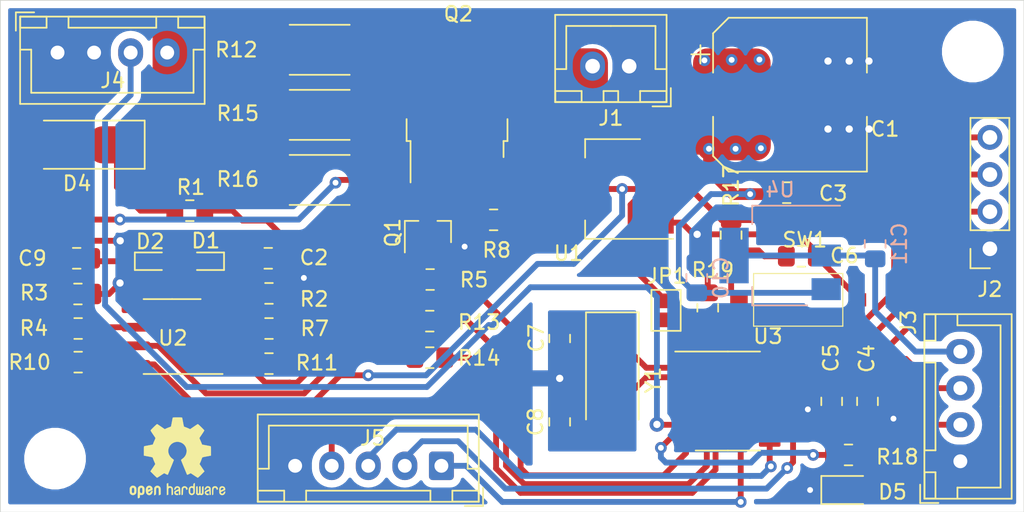
<source format=kicad_pcb>
(kicad_pcb (version 20171130) (host pcbnew "(5.1.10)-1")
  (layers (0 F.Cu signal) (31 B.Cu signal) (34 B.Paste user) (35 F.Paste user) (36 B.SilkS user) (37 F.SilkS user) (38 B.Mask user) (39 F.Mask user) (44 Edge.Cuts user))
  (net 0 "")
  (net 1 GND)
  (net 2 RST)
  (net 3 +3V3)
  (net 4 "Net-(C9-Pad1)")
  (net 5 ENC_A)
  (net 6 ENC_B)
  (net 7 TILT)
  (net 8 "Net-(Q1-Pad3)")
  (net 9 "Net-(Q1-Pad1)")
  (net 10 PWM)
  (net 11 BOOT)
  (net 12 "Net-(R11-Pad1)")
  (net 13 TEMP)
  (net 14 IRON_P)
  (net 15 PA3)
  (net 16 "Net-(C2-Pad1)")
  (net 17 XTAL_IN)
  (net 18 XTAL_OUT)
  (net 19 "Net-(D5-Pad2)")
  (net 20 SWSCL)
  (net 21 SWDIO)
  (net 22 SDA)
  (net 23 SCL)
  (net 24 ENC_BTN)
  (net 25 "Net-(R2-Pad1)")
  (net 26 "Net-(R10-Pad2)")
  (net 27 "Net-(R11-Pad2)")
  (net 28 "Net-(R10-Pad1)")
  (net 29 CURR)
  (net 30 +5V)
  (net 31 +24V)
  (net 32 "Net-(U3-Pad14)")
  (net 33 SHUNT_P)
  (module SW_TACT:L-KLS7-TS3611-2.5-180-T (layer F.Cu) (at 80.31 65.58)
    (fp_text reference SW1 (at 0 0.5) (layer F.SilkS))
    (fp_text value SW_SPST)
    (pad 2 smd rect (at 3.6 4.6) (size 1.2 0.9) (layers F.Cu F.Paste F.Mask) (net 1 GND))
    (pad 1 smd rect (at -4.5 4.6) (size 1.2 0.9) (layers F.Cu F.Paste F.Mask) (net 2 RST))
  )
  (module Symbol:OSHW-Logo2_7.3x6mm_SilkScreen (layer F.Cu) (at 37.41 80.98)
    (fp_text reference REF** hide)
    (fp_text value OSHW-Logo2_7.3x6mm_SilkScreen hide)
  )
  (module MountingHole:MountingHole_3.2mm_M3 (layer F.Cu) (at 29.04 81.04 90)
    (fp_text reference REF**)
    (fp_text value MountingHole_3.2mm_M3)
    (pad 1 np_thru_hole circle (at 0 0 90) (size 3.2 3.2) (drill 3.2) (layers *.Cu *.Mask))
  )
  (module Package_TO_SOT_SMD:TO-252-3_TabPin2 (layer F.Cu) (at 56.53 56.85 90)
    (fp_text reference Q2 (at 6.22 0.09) (layer F.SilkS))
    (fp_text value Q_PMOS_GDS)
    (pad 2 smd rect (at 2.1 0 90) (size 6.4 5.8) (layers F.Cu F.Mask) (net 33 SHUNT_P))
    (pad 3 smd rect (at -4.2 2.28 90) (size 2.2 1.2) (layers F.Cu F.Paste F.Mask) (net 31 +24V))
    (pad 2 smd rect (at -4.2 0 90) (size 2.2 1.2) (layers F.Cu F.Paste F.Mask) (net 33 SHUNT_P))
    (pad 1 smd rect (at -4.2 -2.28 90) (size 2.2 1.2) (layers F.Cu F.Paste F.Mask) (net 8 "Net-(Q1-Pad3)"))
  )
  (module Connector_PinSocket_2.54mm:PinSocket_1x04_P2.54mm_Vertical (layer F.Cu) (at 92.97 66.69 180)
    (fp_text reference J2 (at 0 -2.77) (layer F.SilkS))
    (fp_text value SW)
    (pad 4 thru_hole oval (at 0 7.62 180) (size 1.7 1.7) (drill 1) (layers *.Cu *.Mask) (net 3 +3V3))
    (pad 3 thru_hole oval (at 0 5.08 180) (size 1.7 1.7) (drill 1) (layers *.Cu *.Mask) (net 20 SWSCL))
    (pad 2 thru_hole oval (at 0 2.54 180) (size 1.7 1.7) (drill 1) (layers *.Cu *.Mask) (net 21 SWDIO))
    (pad 1 thru_hole rect (at 0 0 180) (size 1.7 1.7) (drill 1) (layers *.Cu *.Mask) (net 1 GND))
  )
  (module Connector_JST:JST_XH_B5B-XH-A_1x05_P2.50mm_Vertical (layer F.Cu) (at 55.46 81.53 180)
    (fp_text reference J5 (at 4.7 1.9) (layer F.SilkS))
    (fp_text value ENCODER)
    (pad 1 thru_hole roundrect (at 0 0 180) (size 1.7 1.95) (drill 0.95) (layers *.Cu *.Mask) (roundrect_rratio 0.147059) (net 24 ENC_BTN))
    (pad 2 thru_hole oval (at 2.5 0 180) (size 1.7 1.95) (drill 0.95) (layers *.Cu *.Mask) (net 6 ENC_B))
    (pad 3 thru_hole oval (at 5 0 180) (size 1.7 1.95) (drill 0.95) (layers *.Cu *.Mask) (net 5 ENC_A))
    (pad 4 thru_hole oval (at 7.5 0 180) (size 1.7 1.95) (drill 0.95) (layers *.Cu *.Mask) (net 3 +3V3))
    (pad 5 thru_hole oval (at 10 0 180) (size 1.7 1.95) (drill 0.95) (layers *.Cu *.Mask) (net 1 GND))
  )
  (module Resistor_SMD:R_0805_2012Metric_Pad1.15x1.40mm_HandSolder (layer F.Cu) (at 83.3 80.785 180)
    (fp_text reference R18 (at -3.34 -0.135) (layer F.SilkS))
    (fp_text value R)
    (pad 2 smd roundrect (at 1.025 0 180) (size 1.15 1.4) (layers F.Cu F.Paste F.Mask) (roundrect_rratio 0.217391) (net 15 PA3))
    (pad 1 smd roundrect (at -1.025 0 180) (size 1.15 1.4) (layers F.Cu F.Paste F.Mask) (roundrect_rratio 0.217391) (net 19 "Net-(D5-Pad2)"))
  )
  (module LED_SMD:LED_0805_2012Metric_Pad1.15x1.40mm_HandSolder (layer F.Cu) (at 83.3 83.185)
    (fp_text reference D5 (at 3.01 0.135) (layer F.SilkS))
    (fp_text value LED)
    (pad 2 smd roundrect (at 1.025 0) (size 1.15 1.4) (layers F.Cu F.Paste F.Mask) (roundrect_rratio 0.217391) (net 19 "Net-(D5-Pad2)"))
    (pad 1 smd roundrect (at -1.025 0) (size 1.15 1.4) (layers F.Cu F.Paste F.Mask) (roundrect_rratio 0.217391) (net 1 GND))
  )
  (module Resistor_SMD:R_0805_2012Metric_Pad1.15x1.40mm_HandSolder (layer F.Cu) (at 43.67 74.54)
    (fp_text reference R11 (at 3.275 -0.05) (layer F.SilkS))
    (fp_text value 100k)
    (pad 2 smd roundrect (at 1.025 0) (size 1.15 1.4) (layers F.Cu F.Paste F.Mask) (roundrect_rratio 0.217391) (net 27 "Net-(R11-Pad2)"))
    (pad 1 smd roundrect (at -1.025 0) (size 1.15 1.4) (layers F.Cu F.Paste F.Mask) (roundrect_rratio 0.217391) (net 12 "Net-(R11-Pad1)"))
  )
  (module Resistor_SMD:R_0805_2012Metric_Pad1.15x1.40mm_HandSolder (layer F.Cu) (at 54.665 74.135 180)
    (fp_text reference R14 (at -3.375 -0.025) (layer F.SilkS))
    (fp_text value 470K)
    (pad 2 smd roundrect (at 1.025 0 180) (size 1.15 1.4) (layers F.Cu F.Paste F.Mask) (roundrect_rratio 0.217391) (net 28 "Net-(R10-Pad1)"))
    (pad 1 smd roundrect (at -1.025 0 180) (size 1.15 1.4) (layers F.Cu F.Paste F.Mask) (roundrect_rratio 0.217391) (net 29 CURR))
  )
  (module Resistor_SMD:R_0805_2012Metric_Pad1.15x1.40mm_HandSolder (layer F.Cu) (at 30.605 69.78)
    (fp_text reference R3 (at -2.995 -0.08) (layer F.SilkS))
    (fp_text value 10K)
    (pad 2 smd roundrect (at 1.025 0) (size 1.15 1.4) (layers F.Cu F.Paste F.Mask) (roundrect_rratio 0.217391) (net 1 GND))
    (pad 1 smd roundrect (at -1.025 0) (size 1.15 1.4) (layers F.Cu F.Paste F.Mask) (roundrect_rratio 0.217391) (net 4 "Net-(C9-Pad1)"))
  )
  (module Diode_SMD:D_SOD-523 (layer F.Cu) (at 35.645 67.54)
    (fp_text reference D2 (at -0.1 -1.35) (layer F.SilkS))
    (fp_text value 3V3)
    (pad 1 smd rect (at -0.7 0 180) (size 0.6 0.7) (layers F.Cu F.Paste F.Mask) (net 4 "Net-(C9-Pad1)"))
    (pad 2 smd rect (at 0.7 0 180) (size 0.6 0.7) (layers F.Cu F.Paste F.Mask) (net 1 GND))
  )
  (module Package_SO:SOIC-8_3.9x4.9mm_P1.27mm (layer F.Cu) (at 37.045 72.69 180)
    (fp_text reference U2 (at -0.05 -0.1) (layer F.SilkS))
    (fp_text value TLC272)
    (pad 8 smd roundrect (at 2.475 -1.905 180) (size 1.95 0.6) (layers F.Cu F.Paste F.Mask) (net 3 +3V3))
    (pad 7 smd roundrect (at 2.475 -0.635 180) (size 1.95 0.6) (layers F.Cu F.Paste F.Mask) (net 28 "Net-(R10-Pad1)"))
    (pad 6 smd roundrect (at 2.475 0.635 180) (size 1.95 0.6) (layers F.Cu F.Paste F.Mask) (net 26 "Net-(R10-Pad2)"))
    (pad 5 smd roundrect (at 2.475 1.905 180) (size 1.95 0.6) (layers F.Cu F.Paste F.Mask) (net 4 "Net-(C9-Pad1)"))
    (pad 4 smd roundrect (at -2.475 1.905 180) (size 1.95 0.6) (layers F.Cu F.Paste F.Mask) (net 1 GND))
    (pad 3 smd roundrect (at -2.475 0.635 180) (size 1.95 0.6) (layers F.Cu F.Paste F.Mask) (net 16 "Net-(C2-Pad1)"))
    (pad 2 smd roundrect (at -2.475 -0.635 180) (size 1.95 0.6) (layers F.Cu F.Paste F.Mask) (net 25 "Net-(R2-Pad1)"))
    (pad 1 smd roundrect (at -2.475 -1.905 180) (size 1.95 0.6) (layers F.Cu F.Paste F.Mask) (net 12 "Net-(R11-Pad1)"))
  )
  (module Resistor_SMD:R_0805_2012Metric_Pad1.15x1.40mm_HandSolder (layer F.Cu) (at 43.67 69.74)
    (fp_text reference R2 (at 3.085 0.39) (layer F.SilkS))
    (fp_text value 1k)
    (pad 2 smd roundrect (at 1.025 0) (size 1.15 1.4) (layers F.Cu F.Paste F.Mask) (roundrect_rratio 0.217391) (net 1 GND))
    (pad 1 smd roundrect (at -1.025 0) (size 1.15 1.4) (layers F.Cu F.Paste F.Mask) (roundrect_rratio 0.217391) (net 25 "Net-(R2-Pad1)"))
  )
  (module Resistor_SMD:R_0805_2012Metric_Pad1.15x1.40mm_HandSolder (layer F.Cu) (at 54.665 71.635 180)
    (fp_text reference R13 (at -3.375 -0.075) (layer F.SilkS))
    (fp_text value 470K)
    (pad 2 smd roundrect (at 1.025 0 180) (size 1.15 1.4) (layers F.Cu F.Paste F.Mask) (roundrect_rratio 0.217391) (net 12 "Net-(R11-Pad1)"))
    (pad 1 smd roundrect (at -1.025 0 180) (size 1.15 1.4) (layers F.Cu F.Paste F.Mask) (roundrect_rratio 0.217391) (net 13 TEMP))
  )
  (module Diode_SMD:D_SOD-523 (layer F.Cu) (at 39.445 67.54 180)
    (fp_text reference D1 (at 0.1 1.4) (layer F.SilkS))
    (fp_text value 3V3)
    (pad 1 smd rect (at -0.7 0) (size 0.6 0.7) (layers F.Cu F.Paste F.Mask) (net 16 "Net-(C2-Pad1)"))
    (pad 2 smd rect (at 0.7 0) (size 0.6 0.7) (layers F.Cu F.Paste F.Mask) (net 1 GND))
  )
  (module Resistor_SMD:R_0805_2012Metric_Pad1.15x1.40mm_HandSolder (layer F.Cu) (at 43.67 72.14 180)
    (fp_text reference R7 (at -3.125 0) (layer F.SilkS))
    (fp_text value 100k)
    (pad 2 smd roundrect (at 1.025 0 180) (size 1.15 1.4) (layers F.Cu F.Paste F.Mask) (roundrect_rratio 0.217391) (net 25 "Net-(R2-Pad1)"))
    (pad 1 smd roundrect (at -1.025 0 180) (size 1.15 1.4) (layers F.Cu F.Paste F.Mask) (roundrect_rratio 0.217391) (net 27 "Net-(R11-Pad2)"))
  )
  (module Capacitor_SMD:C_0805_2012Metric_Pad1.15x1.40mm_HandSolder (layer F.Cu) (at 30.52 67.34 180)
    (fp_text reference C9 (at 3.03 0) (layer F.SilkS))
    (fp_text value 100nF)
    (pad 2 smd roundrect (at 1.025 0 180) (size 1.15 1.4) (layers F.Cu F.Paste F.Mask) (roundrect_rratio 0.217391) (net 1 GND))
    (pad 1 smd roundrect (at -1.025 0 180) (size 1.15 1.4) (layers F.Cu F.Paste F.Mask) (roundrect_rratio 0.217391) (net 4 "Net-(C9-Pad1)"))
  )
  (module Resistor_SMD:R_0805_2012Metric_Pad1.15x1.40mm_HandSolder (layer F.Cu) (at 30.62 72.14 180)
    (fp_text reference R4 (at 3.03 0.02) (layer F.SilkS))
    (fp_text value 1k)
    (pad 2 smd roundrect (at 1.025 0 180) (size 1.15 1.4) (layers F.Cu F.Paste F.Mask) (roundrect_rratio 0.217391) (net 33 SHUNT_P))
    (pad 1 smd roundrect (at -1.025 0 180) (size 1.15 1.4) (layers F.Cu F.Paste F.Mask) (roundrect_rratio 0.217391) (net 26 "Net-(R10-Pad2)"))
  )
  (module Resistor_SMD:R_0805_2012Metric_Pad1.15x1.40mm_HandSolder (layer F.Cu) (at 54.69 68.79)
    (fp_text reference R5 (at 3 0.025 180) (layer F.SilkS))
    (fp_text value 10K)
    (pad 2 smd roundrect (at 1.025 0) (size 1.15 1.4) (layers F.Cu F.Paste F.Mask) (roundrect_rratio 0.217391) (net 10 PWM))
    (pad 1 smd roundrect (at -1.025 0) (size 1.15 1.4) (layers F.Cu F.Paste F.Mask) (roundrect_rratio 0.217391) (net 9 "Net-(Q1-Pad1)"))
  )
  (module Capacitor_SMD:C_0805_2012Metric_Pad1.15x1.40mm_HandSolder (layer F.Cu) (at 43.62 67.34 180)
    (fp_text reference C2 (at -3.125 0.05) (layer F.SilkS))
    (fp_text value 100nF)
    (pad 2 smd roundrect (at 1.025 0 180) (size 1.15 1.4) (layers F.Cu F.Paste F.Mask) (roundrect_rratio 0.217391) (net 1 GND))
    (pad 1 smd roundrect (at -1.025 0 180) (size 1.15 1.4) (layers F.Cu F.Paste F.Mask) (roundrect_rratio 0.217391) (net 16 "Net-(C2-Pad1)"))
  )
  (module Resistor_SMD:R_0805_2012Metric_Pad1.15x1.40mm_HandSolder (layer F.Cu) (at 30.62 74.44 180)
    (fp_text reference R10 (at 3.32 -0.01) (layer F.SilkS))
    (fp_text value 10k)
    (pad 2 smd roundrect (at 1.025 0 180) (size 1.15 1.4) (layers F.Cu F.Paste F.Mask) (roundrect_rratio 0.217391) (net 26 "Net-(R10-Pad2)"))
    (pad 1 smd roundrect (at -1.025 0 180) (size 1.15 1.4) (layers F.Cu F.Paste F.Mask) (roundrect_rratio 0.217391) (net 28 "Net-(R10-Pad1)"))
  )
  (module MountingHole:MountingHole_3.2mm_M3 (layer F.Cu) (at 91.8 53.2 90)
    (fp_text reference REF**)
    (fp_text value MountingHole_3.2mm_M3)
    (pad 1 np_thru_hole circle (at 0 0 90) (size 3.2 3.2) (drill 3.2) (layers *.Cu *.Mask))
  )
  (module Package_TO_SOT_SMD:SOT-223-3_TabPin2 (layer B.Cu) (at 78.625 67.15 180)
    (fp_text reference U4 (at 0 4.5) (layer B.SilkS) (effects (justify mirror)))
    (fp_text value AP1117-50)
    (pad 1 smd rect (at -3.15 2.3 180) (size 2 1.5) (layers B.Cu B.Paste B.Mask) (net 1 GND))
    (pad 3 smd rect (at -3.15 -2.3 180) (size 2 1.5) (layers B.Cu B.Paste B.Mask) (net 31 +24V))
    (pad 2 smd rect (at -3.15 0 180) (size 2 1.5) (layers B.Cu B.Paste B.Mask) (net 30 +5V))
    (pad 2 smd rect (at 3.15 0 180) (size 2 3.8) (layers B.Cu B.Paste B.Mask) (net 30 +5V))
  )
  (module Capacitor_SMD:C_0805_2012Metric_Pad1.15x1.40mm_HandSolder (layer B.Cu) (at 85.125 66.35 90)
    (fp_text reference C11 (at 0 1.65 90) (layer B.SilkS) (effects (justify mirror)))
    (fp_text value 10uF)
    (pad 2 smd roundrect (at 1.025 0 90) (size 1.15 1.4) (layers B.Cu B.Paste B.Mask) (roundrect_rratio 0.217391) (net 1 GND))
    (pad 1 smd roundrect (at -1.025 0 90) (size 1.15 1.4) (layers B.Cu B.Paste B.Mask) (roundrect_rratio 0.217391) (net 30 +5V))
  )
  (module Capacitor_SMD:C_0805_2012Metric_Pad1.15x1.40mm_HandSolder (layer B.Cu) (at 72.925 68.675 90)
    (fp_text reference C10 (at 0 1.65 90) (layer B.SilkS) (effects (justify mirror)))
    (fp_text value 100nF)
    (pad 2 smd roundrect (at 1.025 0 90) (size 1.15 1.4) (layers B.Cu B.Paste B.Mask) (roundrect_rratio 0.217391) (net 1 GND))
    (pad 1 smd roundrect (at -1.025 0 90) (size 1.15 1.4) (layers B.Cu B.Paste B.Mask) (roundrect_rratio 0.217391) (net 31 +24V))
  )
  (module Connector_JST:JST_XH_B4B-XH-A_1x04_P2.50mm_Vertical (layer F.Cu) (at 90.95 81.22 90)
    (fp_text reference J3 (at 9.5 -3.55 90) (layer F.SilkS))
    (fp_text value I2C)
    (pad 4 thru_hole oval (at 7.5 0 90) (size 1.7 1.95) (drill 0.95) (layers *.Cu *.Mask) (net 30 +5V))
    (pad 3 thru_hole oval (at 5 0 90) (size 1.7 1.95) (drill 0.95) (layers *.Cu *.Mask) (net 22 SDA))
    (pad 2 thru_hole oval (at 2.5 0 90) (size 1.7 1.95) (drill 0.95) (layers *.Cu *.Mask) (net 23 SCL))
    (pad 1 thru_hole roundrect (at 0 0 90) (size 1.7 1.95) (drill 0.95) (layers *.Cu *.Mask) (roundrect_rratio 0.147059) (net 1 GND))
  )
  (module Resistor_SMD:R_0805_2012Metric_Pad1.15x1.40mm_HandSolder (layer F.Cu) (at 75.275 65.75 90)
    (fp_text reference R17 (at 3.375 0 90) (layer F.SilkS))
    (fp_text value R)
    (pad 2 smd roundrect (at 1.025 0 90) (size 1.15 1.4) (layers F.Cu F.Paste F.Mask) (roundrect_rratio 0.217391) (net 3 +3V3))
    (pad 1 smd roundrect (at -1.025 0 90) (size 1.15 1.4) (layers F.Cu F.Paste F.Mask) (roundrect_rratio 0.217391) (net 2 RST))
  )
  (module Capacitor_SMD:C_0805_2012Metric_Pad1.15x1.40mm_HandSolder (layer F.Cu) (at 80.075 67.2)
    (fp_text reference C6 (at 2.945 -0.04) (layer F.SilkS))
    (fp_text value 100nf)
    (pad 2 smd roundrect (at 1.025 0) (size 1.15 1.4) (layers F.Cu F.Paste F.Mask) (roundrect_rratio 0.217391) (net 1 GND))
    (pad 1 smd roundrect (at -1.025 0) (size 1.15 1.4) (layers F.Cu F.Paste F.Mask) (roundrect_rratio 0.217391) (net 2 RST))
  )
  (module Capacitor_SMD:CP_Elec_10x10 (layer F.Cu) (at 79.3 56.15)
    (fp_text reference C1 (at 6.5 2.35) (layer F.SilkS))
    (fp_text value CP)
    (pad 2 smd roundrect (at 4 0) (size 4 2.5) (layers F.Cu F.Paste F.Mask) (roundrect_rratio 0.1) (net 1 GND))
    (pad 1 smd roundrect (at -4 0) (size 4 2.5) (layers F.Cu F.Paste F.Mask) (roundrect_rratio 0.1) (net 31 +24V))
  )
  (module Resistor_SMD:R_2512_6332Metric_Pad1.52x3.35mm_HandSolder (layer F.Cu) (at 47.135 61.98 180)
    (fp_text reference R16 (at 5.6 0.05 180) (layer F.SilkS))
    (fp_text value R22)
    (pad 2 smd roundrect (at 2.9875 0 180) (size 1.525 3.35) (layers F.Cu F.Paste F.Mask) (roundrect_rratio 0.163934) (net 14 IRON_P))
    (pad 1 smd roundrect (at -2.9875 0 180) (size 1.525 3.35) (layers F.Cu F.Paste F.Mask) (roundrect_rratio 0.163934) (net 33 SHUNT_P))
  )
  (module Resistor_SMD:R_2512_6332Metric_Pad1.52x3.35mm_HandSolder (layer F.Cu) (at 47.135 57.53 180)
    (fp_text reference R15 (at 5.6 0.1 180) (layer F.SilkS))
    (fp_text value R22)
    (pad 2 smd roundrect (at 2.9875 0 180) (size 1.525 3.35) (layers F.Cu F.Paste F.Mask) (roundrect_rratio 0.163934) (net 14 IRON_P))
    (pad 1 smd roundrect (at -2.9875 0 180) (size 1.525 3.35) (layers F.Cu F.Paste F.Mask) (roundrect_rratio 0.163934) (net 33 SHUNT_P))
  )
  (module Diode_SMD:D_SMA_Handsoldering (layer F.Cu) (at 30.77 59.57 180)
    (fp_text reference D4 (at 0.23 -2.65 180) (layer F.SilkS))
    (fp_text value D)
    (pad 2 smd rect (at 2.5 0 180) (size 3.5 1.8) (layers F.Cu F.Paste F.Mask) (net 1 GND))
    (pad 1 smd rect (at -2.5 0 180) (size 3.5 1.8) (layers F.Cu F.Paste F.Mask) (net 14 IRON_P))
  )
  (module Resistor_SMD:R_0805_2012Metric_Pad1.15x1.40mm_HandSolder (layer F.Cu) (at 38.255 64.08 180)
    (fp_text reference R1 (at -0.07 1.6) (layer F.SilkS))
    (fp_text value 10K)
    (pad 2 smd roundrect (at 1.025 0 180) (size 1.15 1.4) (layers F.Cu F.Paste F.Mask) (roundrect_rratio 0.217391) (net 14 IRON_P))
    (pad 1 smd roundrect (at -1.025 0 180) (size 1.15 1.4) (layers F.Cu F.Paste F.Mask) (roundrect_rratio 0.217391) (net 16 "Net-(C2-Pad1)"))
  )
  (module Package_TO_SOT_SMD:SOT-23 (layer F.Cu) (at 54.54 65.54 90)
    (fp_text reference Q1 (at -0.05 -2.4 270) (layer F.SilkS))
    (fp_text value BC817)
    (pad 3 smd rect (at 1 0 90) (size 0.9 0.8) (layers F.Cu F.Paste F.Mask) (net 8 "Net-(Q1-Pad3)"))
    (pad 2 smd rect (at -1 0.95 90) (size 0.9 0.8) (layers F.Cu F.Paste F.Mask) (net 1 GND))
    (pad 1 smd rect (at -1 -0.95 90) (size 0.9 0.8) (layers F.Cu F.Paste F.Mask) (net 9 "Net-(Q1-Pad1)"))
  )
  (module Resistor_SMD:R_0805_2012Metric_Pad1.15x1.40mm_HandSolder (layer F.Cu) (at 59.03 64.71)
    (fp_text reference R8 (at 0.21 2.07 180) (layer F.SilkS))
    (fp_text value 10K)
    (pad 2 smd roundrect (at 1.025 0) (size 1.15 1.4) (layers F.Cu F.Paste F.Mask) (roundrect_rratio 0.217391) (net 31 +24V))
    (pad 1 smd roundrect (at -1.025 0) (size 1.15 1.4) (layers F.Cu F.Paste F.Mask) (roundrect_rratio 0.217391) (net 8 "Net-(Q1-Pad3)"))
  )
  (module Resistor_SMD:R_2512_6332Metric_Pad1.52x3.35mm_HandSolder (layer F.Cu) (at 47.135 53.08 180)
    (fp_text reference R12 (at 5.7 0 180) (layer F.SilkS))
    (fp_text value R22)
    (pad 2 smd roundrect (at 2.9875 0 180) (size 1.525 3.35) (layers F.Cu F.Paste F.Mask) (roundrect_rratio 0.163934) (net 14 IRON_P))
    (pad 1 smd roundrect (at -2.9875 0 180) (size 1.525 3.35) (layers F.Cu F.Paste F.Mask) (roundrect_rratio 0.163934) (net 33 SHUNT_P))
  )
  (module Crystal:Crystal_SMD_Abracon_ABM3-2Pin_5.0x3.2mm_HandSoldering (layer F.Cu) (at 67.15 75.6625 270)
    (fp_text reference Y1 (at 0 -2.8 90) (layer F.SilkS))
    (fp_text value Crystal)
    (pad 2 smd rect (at 2.7625 0 270) (size 3.325 2.4) (layers F.Cu F.Paste F.Mask) (net 18 XTAL_OUT))
    (pad 1 smd rect (at -2.7625 0 270) (size 3.325 2.4) (layers F.Cu F.Paste F.Mask) (net 17 XTAL_IN))
  )
  (module Package_SO:TSSOP-20_4.4x6.5mm_P0.65mm (layer F.Cu) (at 75.05 77.1)
    (fp_text reference U3 (at 2.74 -4.42) (layer F.SilkS))
    (fp_text value STM32F030F4Px)
    (pad 20 smd roundrect (at 2.8625 -2.925) (size 1.475 0.4) (layers F.Cu F.Paste F.Mask) (net 20 SWSCL))
    (pad 19 smd roundrect (at 2.8625 -2.275) (size 1.475 0.4) (layers F.Cu F.Paste F.Mask) (net 21 SWDIO))
    (pad 18 smd roundrect (at 2.8625 -1.625) (size 1.475 0.4) (layers F.Cu F.Paste F.Mask) (net 22 SDA))
    (pad 17 smd roundrect (at 2.8625 -0.975) (size 1.475 0.4) (layers F.Cu F.Paste F.Mask) (net 23 SCL))
    (pad 16 smd roundrect (at 2.8625 -0.325) (size 1.475 0.4) (layers F.Cu F.Paste F.Mask) (net 3 +3V3))
    (pad 15 smd roundrect (at 2.8625 0.325) (size 1.475 0.4) (layers F.Cu F.Paste F.Mask) (net 1 GND))
    (pad 14 smd roundrect (at 2.8625 0.975) (size 1.475 0.4) (layers F.Cu F.Paste F.Mask) (net 32 "Net-(U3-Pad14)"))
    (pad 13 smd roundrect (at 2.8625 1.625) (size 1.475 0.4) (layers F.Cu F.Paste F.Mask) (net 24 ENC_BTN))
    (pad 12 smd roundrect (at 2.8625 2.275) (size 1.475 0.4) (layers F.Cu F.Paste F.Mask) (net 6 ENC_B))
    (pad 11 smd roundrect (at 2.8625 2.925) (size 1.475 0.4) (layers F.Cu F.Paste F.Mask) (net 5 ENC_A))
    (pad 10 smd roundrect (at -2.8625 2.925) (size 1.475 0.4) (layers F.Cu F.Paste F.Mask) (net 10 PWM))
    (pad 9 smd roundrect (at -2.8625 2.275) (size 1.475 0.4) (layers F.Cu F.Paste F.Mask) (net 15 PA3))
    (pad 8 smd roundrect (at -2.8625 1.625) (size 1.475 0.4) (layers F.Cu F.Paste F.Mask) (net 7 TILT))
    (pad 7 smd roundrect (at -2.8625 0.975) (size 1.475 0.4) (layers F.Cu F.Paste F.Mask) (net 13 TEMP))
    (pad 6 smd roundrect (at -2.8625 0.325) (size 1.475 0.4) (layers F.Cu F.Paste F.Mask) (net 29 CURR))
    (pad 5 smd roundrect (at -2.8625 -0.325) (size 1.475 0.4) (layers F.Cu F.Paste F.Mask) (net 3 +3V3))
    (pad 4 smd roundrect (at -2.8625 -0.975) (size 1.475 0.4) (layers F.Cu F.Paste F.Mask) (net 2 RST))
    (pad 3 smd roundrect (at -2.8625 -1.625) (size 1.475 0.4) (layers F.Cu F.Paste F.Mask) (net 18 XTAL_OUT))
    (pad 2 smd roundrect (at -2.8625 -2.275) (size 1.475 0.4) (layers F.Cu F.Paste F.Mask) (net 17 XTAL_IN))
    (pad 1 smd roundrect (at -2.8625 -2.925) (size 1.475 0.4) (layers F.Cu F.Paste F.Mask) (net 11 BOOT))
  )
  (module Package_TO_SOT_SMD:SOT-223-3_TabPin2 (layer F.Cu) (at 67.2 62.6 180)
    (fp_text reference U1 (at 3.05 -4.4) (layer F.SilkS))
    (fp_text value AP1117-33)
    (pad 2 smd rect (at 3.15 0 180) (size 2 3.8) (layers F.Cu F.Paste F.Mask) (net 3 +3V3))
    (pad 2 smd rect (at -3.15 0 180) (size 2 1.5) (layers F.Cu F.Paste F.Mask) (net 3 +3V3))
    (pad 3 smd rect (at -3.15 2.3 180) (size 2 1.5) (layers F.Cu F.Paste F.Mask) (net 31 +24V))
    (pad 1 smd rect (at -3.15 -2.3 180) (size 2 1.5) (layers F.Cu F.Paste F.Mask) (net 1 GND))
  )
  (module Resistor_SMD:R_0805_2012Metric_Pad1.15x1.40mm_HandSolder (layer F.Cu) (at 73.675 70.725 270)
    (fp_text reference R19 (at -2.575 -0.35 180) (layer F.SilkS))
    (fp_text value 1K)
    (pad 2 smd roundrect (at 1.025 0 270) (size 1.15 1.4) (layers F.Cu F.Paste F.Mask) (roundrect_rratio 0.217391) (net 11 BOOT))
    (pad 1 smd roundrect (at -1.025 0 270) (size 1.15 1.4) (layers F.Cu F.Paste F.Mask) (roundrect_rratio 0.217391) (net 1 GND))
  )
  (module Jumper:SolderJumper-2_P1.3mm_Open_Pad1.0x1.5mm (layer F.Cu) (at 70.825 70.9 270)
    (fp_text reference JP1 (at -2.35 -0.05 180) (layer F.SilkS))
    (fp_text value BOOT)
    (pad 1 smd rect (at -0.65 0 270) (size 1 1.5) (layers F.Cu F.Mask) (net 3 +3V3))
    (pad 2 smd rect (at 0.65 0 270) (size 1 1.5) (layers F.Cu F.Mask) (net 11 BOOT))
  )
  (module Connector_JST:JST_XH_B4B-XH-A_1x04_P2.50mm_Vertical (layer F.Cu) (at 29.21 53.27)
    (fp_text reference J4 (at 3.78 1.91) (layer F.SilkS))
    (fp_text value IRON)
    (pad 4 thru_hole oval (at 7.5 0) (size 1.7 1.95) (drill 0.95) (layers *.Cu *.Mask) (net 14 IRON_P))
    (pad 3 thru_hole oval (at 5 0) (size 1.7 1.95) (drill 0.95) (layers *.Cu *.Mask) (net 7 TILT))
    (pad 2 thru_hole oval (at 2.5 0) (size 1.7 1.95) (drill 0.95) (layers *.Cu *.Mask) (net 1 GND))
    (pad 1 thru_hole roundrect (at 0 0) (size 1.7 1.95) (drill 0.95) (layers *.Cu *.Mask) (roundrect_rratio 0.147059) (net 1 GND))
  )
  (module Connector_JST:JST_XH_B2B-XH-A_1x02_P2.50mm_Vertical (layer F.Cu) (at 68.3 54.2 180)
    (fp_text reference J1 (at 1.25 -3.55) (layer F.SilkS))
    (fp_text value POWER)
    (pad 2 thru_hole oval (at 2.5 0 180) (size 1.7 2) (drill 1) (layers *.Cu *.Mask) (net 31 +24V))
    (pad 1 thru_hole roundrect (at 0 0 180) (size 1.7 2) (drill 1) (layers *.Cu *.Mask) (roundrect_rratio 0.147059) (net 1 GND))
  )
  (module Capacitor_SMD:C_0805_2012Metric_Pad1.15x1.40mm_HandSolder (layer F.Cu) (at 63.55 78.525 90)
    (fp_text reference C8 (at 0 -1.65 90) (layer F.SilkS))
    (fp_text value 27pF)
    (pad 2 smd roundrect (at 1.025 0 90) (size 1.15 1.4) (layers F.Cu F.Paste F.Mask) (roundrect_rratio 0.217391) (net 1 GND))
    (pad 1 smd roundrect (at -1.025 0 90) (size 1.15 1.4) (layers F.Cu F.Paste F.Mask) (roundrect_rratio 0.217391) (net 18 XTAL_OUT))
  )
  (module Capacitor_SMD:C_0805_2012Metric_Pad1.15x1.40mm_HandSolder (layer F.Cu) (at 63.55 72.825 270)
    (fp_text reference C7 (at -0.025 1.6 90) (layer F.SilkS))
    (fp_text value 27pF)
    (pad 2 smd roundrect (at 1.025 0 270) (size 1.15 1.4) (layers F.Cu F.Paste F.Mask) (roundrect_rratio 0.217391) (net 1 GND))
    (pad 1 smd roundrect (at -1.025 0 270) (size 1.15 1.4) (layers F.Cu F.Paste F.Mask) (roundrect_rratio 0.217391) (net 17 XTAL_IN))
  )
  (module Capacitor_SMD:C_0805_2012Metric_Pad1.15x1.40mm_HandSolder (layer F.Cu) (at 82.15 77.125 270)
    (fp_text reference C5 (at -2.975 0.05 90) (layer F.SilkS))
    (fp_text value 100nF)
    (pad 2 smd roundrect (at 1.025 0 270) (size 1.15 1.4) (layers F.Cu F.Paste F.Mask) (roundrect_rratio 0.217391) (net 1 GND))
    (pad 1 smd roundrect (at -1.025 0 270) (size 1.15 1.4) (layers F.Cu F.Paste F.Mask) (roundrect_rratio 0.217391) (net 3 +3V3))
  )
  (module Capacitor_SMD:C_0805_2012Metric_Pad1.15x1.40mm_HandSolder (layer F.Cu) (at 84.6 77.125 270)
    (fp_text reference C4 (at -2.925 0.05 90) (layer F.SilkS))
    (fp_text value 10uF)
    (pad 2 smd roundrect (at 1.025 0 270) (size 1.15 1.4) (layers F.Cu F.Paste F.Mask) (roundrect_rratio 0.217391) (net 1 GND))
    (pad 1 smd roundrect (at -1.025 0 270) (size 1.15 1.4) (layers F.Cu F.Paste F.Mask) (roundrect_rratio 0.217391) (net 3 +3V3))
  )
  (module Capacitor_SMD:C_0805_2012Metric_Pad1.15x1.40mm_HandSolder (layer F.Cu) (at 79.075 62.85)
    (fp_text reference C3 (at 3.175 0.05) (layer F.SilkS))
    (fp_text value 100nF)
    (pad 2 smd roundrect (at 1.025 0) (size 1.15 1.4) (layers F.Cu F.Paste F.Mask) (roundrect_rratio 0.217391) (net 1 GND))
    (pad 1 smd roundrect (at -1.025 0) (size 1.15 1.4) (layers F.Cu F.Paste F.Mask) (roundrect_rratio 0.217391) (net 31 +24V))
  )
  (gr_line (start 25.3 84.7) (end 25.3 49.7) (layer Edge.Cuts) (width 0.05))
  (gr_line (start 95.3 84.7) (end 25.3 84.7) (layer Edge.Cuts) (width 0.05))
  (gr_line (start 95.3 49.7) (end 95.3 84.7) (layer Edge.Cuts) (width 0.05))
  (gr_line (start 95.3 49.7) (end 25.3 49.7) (layer Edge.Cuts) (width 0.05))
  (segment (start 63.55 73.85) (end 63.55 75.55) (width 0.4) (layer F.Cu) (net 1))
  (segment (start 82.05 78.1) (end 84.65 78.1) (width 0.4) (layer F.Cu) (net 1))
  (segment (start 63.55 75.55) (end 63.55 77.5) (width 0.4) (layer F.Cu) (net 1))
  (via (at 63.55 75.55) (size 1) (drill 0.5) (layers F.Cu B.Cu) (net 1))
  (segment (start 81.1 67.2) (end 81.1 67.55) (width 0.4) (layer F.Cu) (net 1))
  (segment (start 73 65.75) (end 73 65.75) (width 0.4) (layer F.Cu) (net 1))
  (segment (start 70.2 65.2) (end 70.45 64.95) (width 0.4) (layer F.Cu) (net 1))
  (via (at 81.9 53.85) (size 1) (drill 0.5) (layers F.Cu B.Cu) (net 1))
  (via (at 83.35 53.85) (size 1) (drill 0.5) (layers F.Cu B.Cu) (net 1))
  (via (at 84.7 53.85) (size 1) (drill 0.5) (layers F.Cu B.Cu) (net 1))
  (via (at 72.95 65.7) (size 1) (drill 0.5) (layers F.Cu B.Cu) (net 1))
  (segment (start 84.775 78.3) (end 84.65 78.175) (width 0.4) (layer F.Cu) (net 1))
  (segment (start 70.45 64.9) (end 71.9 64.9) (width 0.4) (layer F.Cu) (net 1))
  (segment (start 71.9 64.9) (end 72.75 65.75) (width 0.4) (layer F.Cu) (net 1))
  (segment (start 81.1 66.9) (end 81.1 67.2) (width 0.4) (layer F.Cu) (net 1))
  (segment (start 72.95 65.7) (end 79.9 65.7) (width 0.4) (layer F.Cu) (net 1))
  (segment (start 79.9 65.7) (end 81.1 66.9) (width 0.4) (layer F.Cu) (net 1))
  (segment (start 70.25 64.95) (end 70.3 64.9) (width 0.4) (layer F.Cu) (net 1))
  (segment (start 83.825 70.1) (end 83.825 69.975) (width 0.4) (layer F.Cu) (net 1))
  (via (at 80.52 77.67) (size 0.8) (drill 0.4) (layers F.Cu B.Cu) (net 1))
  (segment (start 73.675 66.425) (end 72.95 65.7) (width 0.4) (layer F.Cu) (net 1))
  (segment (start 73.675 69.7) (end 73.675 66.425) (width 0.4) (layer F.Cu) (net 1))
  (segment (start 81.775 64.85) (end 84.65 64.85) (width 0.4) (layer B.Cu) (net 1))
  (via (at 81.9 58.5) (size 1) (drill 0.5) (layers F.Cu B.Cu) (net 1))
  (via (at 83.35 58.5) (size 1) (drill 0.5) (layers F.Cu B.Cu) (net 1))
  (via (at 84.7 58.5) (size 1) (drill 0.5) (layers F.Cu B.Cu) (net 1))
  (segment (start 38.745 68.34) (end 38.745 67.54) (width 0.4) (layer F.Cu) (net 1))
  (segment (start 38.745 70.04) (end 39.445 70.74) (width 0.4) (layer F.Cu) (net 1))
  (segment (start 35.645 66.14) (end 36.345 66.84) (width 0.4) (layer F.Cu) (net 1))
  (segment (start 29.845 66.14) (end 33.495 66.14) (width 0.4) (layer F.Cu) (net 1))
  (segment (start 42.595 67.34) (end 42.595 67.19) (width 0.4) (layer F.Cu) (net 1))
  (segment (start 39.245 66.24) (end 38.745 66.74) (width 0.4) (layer F.Cu) (net 1))
  (segment (start 42.595 67.19) (end 41.645 66.24) (width 0.4) (layer F.Cu) (net 1))
  (segment (start 36.345 66.84) (end 36.345 67.54) (width 0.4) (layer F.Cu) (net 1))
  (segment (start 29.495 66.49) (end 29.845 66.14) (width 0.4) (layer F.Cu) (net 1))
  (segment (start 38.745 66.74) (end 38.745 67.54) (width 0.4) (layer F.Cu) (net 1))
  (segment (start 41.645 66.24) (end 39.245 66.24) (width 0.4) (layer F.Cu) (net 1))
  (segment (start 33.495 66.14) (end 35.645 66.14) (width 0.4) (layer F.Cu) (net 1))
  (segment (start 36.345 67.54) (end 38.745 67.54) (width 0.4) (layer F.Cu) (net 1))
  (segment (start 29.495 67.34) (end 29.495 66.49) (width 0.4) (layer F.Cu) (net 1))
  (segment (start 39.445 70.74) (end 39.545 70.74) (width 0.4) (layer F.Cu) (net 1))
  (segment (start 38.745 68.34) (end 38.745 70.04) (width 0.4) (layer F.Cu) (net 1))
  (via (at 33.495 66.14) (size 1) (drill 0.5) (layers F.Cu B.Cu) (net 1))
  (via (at 33.48 64.69) (size 0.8) (drill 0.4) (layers F.Cu B.Cu) (net 33))
  (segment (start 79.2 67.7) (end 79.2 67.5) (width 0.4) (layer F.Cu) (net 2))
  (segment (start 74.725 76.125) (end 72.15 76.125) (width 0.4) (layer F.Cu) (net 2))
  (segment (start 79.05 67.2) (end 77.55 67.2) (width 0.4) (layer F.Cu) (net 2))
  (segment (start 77.55 67.2) (end 77.15 66.8) (width 0.4) (layer F.Cu) (net 2))
  (segment (start 77.15 66.8) (end 75.275 66.8) (width 0.4) (layer F.Cu) (net 2))
  (segment (start 64.2 62.6) (end 67.3 62.6) (width 0.4) (layer F.Cu) (net 3))
  (segment (start 67.3 62.6) (end 67.82 62.6) (width 0.4) (layer F.Cu) (net 3))
  (segment (start 72.45 62.55) (end 70.3 62.55) (width 0.4) (layer F.Cu) (net 3))
  (segment (start 70.775 70.15) (end 70.825 70.2) (width 0.4) (layer F.Cu) (net 3))
  (segment (start 72.1875 76.775) (end 73.675 76.775) (width 0.4) (layer F.Cu) (net 3))
  (segment (start 70.725 70.125) (end 70.825 70.225) (width 0.4) (layer F.Cu) (net 3))
  (segment (start 74.625 64.725) (end 72.45 62.55) (width 0.4) (layer F.Cu) (net 3))
  (segment (start 75.275 64.725) (end 74.625 64.725) (width 0.4) (layer F.Cu) (net 3))
  (segment (start 75.275 64.725) (end 86.425 64.725) (width 0.4) (layer F.Cu) (net 3))
  (segment (start 74.975 76.775) (end 76.70001 75.04999) (width 0.4) (layer F.Cu) (net 3))
  (segment (start 74.85 76.775) (end 74.975 76.775) (width 0.4) (layer F.Cu) (net 3))
  (segment (start 74.85 76.775) (end 77.925 76.775) (width 0.4) (layer F.Cu) (net 3))
  (segment (start 73.675 76.775) (end 74.85 76.775) (width 0.4) (layer F.Cu) (net 3))
  (segment (start 76.70001 75.04999) (end 76.70001 73.04999) (width 0.4) (layer F.Cu) (net 3))
  (segment (start 76.70001 73.04999) (end 77.85 71.9) (width 0.4) (layer F.Cu) (net 3))
  (segment (start 77.85 71.9) (end 84.125 71.9) (width 0.4) (layer F.Cu) (net 3))
  (segment (start 86.425 69.6) (end 86.425 64.725) (width 0.4) (layer F.Cu) (net 3))
  (segment (start 84.125 71.9) (end 86.425 69.6) (width 0.4) (layer F.Cu) (net 3))
  (segment (start 70.35 62.6) (end 69.475 62.6) (width 0.4) (layer F.Cu) (net 3))
  (segment (start 69.475 62.6) (end 68.4 63.675) (width 0.4) (layer F.Cu) (net 3))
  (segment (start 68.4 63.675) (end 68.4 67.85) (width 0.4) (layer F.Cu) (net 3))
  (segment (start 68.4 67.85) (end 70.775 70.225) (width 0.4) (layer F.Cu) (net 3))
  (segment (start 34.945 67.54) (end 31.645 67.54) (width 0.4) (layer F.Cu) (net 4))
  (segment (start 34.57 70.785) (end 34.57 70.09) (width 0.4) (layer F.Cu) (net 4))
  (segment (start 34.945 69.715) (end 34.945 67.54) (width 0.4) (layer F.Cu) (net 4))
  (segment (start 34.57 70.09) (end 34.945 69.715) (width 0.4) (layer F.Cu) (net 4))
  (segment (start 31.545 67.815) (end 29.58 69.78) (width 0.4) (layer F.Cu) (net 4))
  (segment (start 31.545 67.34) (end 31.545 67.815) (width 0.4) (layer F.Cu) (net 4))
  (via (at 70.2 78.7) (size 1) (drill 0.5) (layers F.Cu B.Cu) (net 7))
  (segment (start 70.225 78.725) (end 70.2 78.7) (width 0.4) (layer F.Cu) (net 7))
  (segment (start 72.1875 78.725) (end 70.225 78.725) (width 0.4) (layer F.Cu) (net 7))
  (segment (start 73.525 71.6) (end 70.725 71.6) (width 0.4) (layer F.Cu) (net 11))
  (segment (start 73.675 71.75) (end 73.675 73.8) (width 0.4) (layer F.Cu) (net 11))
  (segment (start 73.675 73.8) (end 73.3 74.175) (width 0.4) (layer F.Cu) (net 11))
  (segment (start 73.3 74.175) (end 72.125 74.175) (width 0.4) (layer F.Cu) (net 11))
  (segment (start 42.39 74.595) (end 42.545 74.44) (width 0.4) (layer F.Cu) (net 12))
  (segment (start 39.52 74.595) (end 42.39 74.595) (width 0.4) (layer F.Cu) (net 12))
  (segment (start 73.6 78.4) (end 73.25 78.05) (width 0.4) (layer F.Cu) (net 13))
  (segment (start 73.25 78.05) (end 71.95 78.05) (width 0.4) (layer F.Cu) (net 13))
  (via (at 76.575 62.95) (size 0.8) (drill 0.4) (layers F.Cu B.Cu) (net 31))
  (segment (start 73.9 62.95) (end 76.575 62.95) (width 0.4) (layer B.Cu) (net 31))
  (segment (start 71.7 65.15) (end 73.9 62.95) (width 0.4) (layer B.Cu) (net 31))
  (segment (start 71.7 65.15) (end 71.7 68.625) (width 0.4) (layer B.Cu) (net 31))
  (segment (start 71.7 68.625) (end 72.775 69.7) (width 0.4) (layer B.Cu) (net 31))
  (segment (start 72.925 69.7) (end 81.45 69.7) (width 0.4) (layer B.Cu) (net 31))
  (segment (start 50.1225 61.9675) (end 50.135 61.98) (width 0.4) (layer F.Cu) (net 33))
  (via (at 33.48 69.03) (size 1) (drill 0.5) (layers F.Cu B.Cu) (net 1))
  (segment (start 32.73 69.78) (end 33.48 69.03) (width 0.4) (layer F.Cu) (net 1))
  (segment (start 31.63 69.78) (end 32.73 69.78) (width 0.4) (layer F.Cu) (net 1))
  (segment (start 33.48 69.03) (end 45.705 69.03) (width 0.4) (layer B.Cu) (net 1))
  (segment (start 45.705 69.03) (end 46.055 68.68) (width 0.4) (layer B.Cu) (net 1))
  (segment (start 46.055 68.68) (end 46.055 68.68) (width 0.4) (layer B.Cu) (net 1))
  (via (at 46.055 68.68) (size 0.8) (drill 0.4) (layers F.Cu B.Cu) (net 1))
  (segment (start 45.755 68.68) (end 44.695 69.74) (width 0.4) (layer F.Cu) (net 1))
  (segment (start 46.055 68.68) (end 45.755 68.68) (width 0.4) (layer F.Cu) (net 1))
  (segment (start 80.275 77.425) (end 80.52 77.67) (width 0.4) (layer F.Cu) (net 1))
  (segment (start 77.925 77.425) (end 80.275 77.425) (width 0.4) (layer F.Cu) (net 1))
  (segment (start 81.67 77.67) (end 82.15 78.15) (width 0.4) (layer F.Cu) (net 1))
  (segment (start 80.52 77.67) (end 81.67 77.67) (width 0.4) (layer F.Cu) (net 1))
  (segment (start 90.95 81.22) (end 89.29 81.22) (width 0.4) (layer B.Cu) (net 1))
  (segment (start 89.29 81.22) (end 86.375 78.305) (width 0.4) (layer B.Cu) (net 1))
  (segment (start 86.375 78.305) (end 86.36 78.29) (width 0.4) (layer B.Cu) (net 1))
  (via (at 86.375 78.305) (size 0.8) (drill 0.4) (layers F.Cu B.Cu) (net 1))
  (segment (start 86.22 78.15) (end 86.375 78.305) (width 0.4) (layer F.Cu) (net 1))
  (segment (start 84.6 78.15) (end 86.22 78.15) (width 0.4) (layer F.Cu) (net 1))
  (segment (start 80.1 62.85) (end 81.11 62.85) (width 0.8) (layer F.Cu) (net 1))
  (segment (start 81.9 62.06) (end 81.9 58.5) (width 0.8) (layer F.Cu) (net 1))
  (segment (start 81.11 62.85) (end 81.9 62.06) (width 0.8) (layer F.Cu) (net 1))
  (segment (start 82.275 83.185) (end 80.675 83.185) (width 0.8) (layer F.Cu) (net 1))
  (segment (start 80.675 83.185) (end 80.675 83.185) (width 0.8) (layer F.Cu) (net 1))
  (via (at 80.675 83.185) (size 0.8) (drill 0.4) (layers F.Cu B.Cu) (net 1))
  (segment (start 55.49 66.54) (end 57.05 66.54) (width 0.8) (layer F.Cu) (net 1))
  (segment (start 57.05 66.54) (end 57.05 66.54) (width 0.8) (layer F.Cu) (net 1))
  (via (at 57.05 66.54) (size 0.8) (drill 0.4) (layers F.Cu B.Cu) (net 1))
  (segment (start 83.91 70.01) (end 81.1 67.2) (width 0.4) (layer F.Cu) (net 1))
  (segment (start 83.91 70.18) (end 83.91 70.01) (width 0.4) (layer F.Cu) (net 1))
  (segment (start 75.275 69.645) (end 75.81 70.18) (width 0.4) (layer F.Cu) (net 2))
  (segment (start 75.275 66.775) (end 75.275 69.645) (width 0.4) (layer F.Cu) (net 2))
  (segment (start 75.81 75.04) (end 75.505 75.345) (width 0.4) (layer F.Cu) (net 2))
  (segment (start 75.81 70.18) (end 75.81 75.04) (width 0.4) (layer F.Cu) (net 2))
  (segment (start 75.505 75.345) (end 74.725 76.125) (width 0.4) (layer F.Cu) (net 2))
  (segment (start 82.05 76.1) (end 84.55 76.1) (width 0.4) (layer F.Cu) (net 3))
  (segment (start 81.375 76.775) (end 82.05 76.1) (width 0.4) (layer F.Cu) (net 3))
  (segment (start 77.975 76.775) (end 81.375 76.775) (width 0.4) (layer F.Cu) (net 3))
  (segment (start 67.82 62.6) (end 70.4 62.6) (width 0.4) (layer F.Cu) (net 3))
  (via (at 67.82 62.6) (size 0.8) (drill 0.4) (layers F.Cu B.Cu) (net 3))
  (segment (start 86.425 64.725) (end 86.425 62.885) (width 0.4) (layer F.Cu) (net 3))
  (segment (start 90.24 59.07) (end 92.97 59.07) (width 0.4) (layer F.Cu) (net 3))
  (segment (start 86.425 62.885) (end 90.24 59.07) (width 0.4) (layer F.Cu) (net 3))
  (via (at 50.46 75.34) (size 0.8) (drill 0.4) (layers F.Cu B.Cu) (net 3))
  (segment (start 62.034315 67.72) (end 64.51 67.72) (width 0.4) (layer B.Cu) (net 3))
  (segment (start 67.82 64.41) (end 67.82 62.6) (width 0.4) (layer B.Cu) (net 3))
  (segment (start 64.51 67.72) (end 67.82 64.41) (width 0.4) (layer B.Cu) (net 3))
  (segment (start 34.57 74.595) (end 35.815 74.595) (width 0.4) (layer F.Cu) (net 3))
  (segment (start 35.815 74.595) (end 38.53 77.31) (width 0.4) (layer F.Cu) (net 3))
  (segment (start 38.53 77.31) (end 46.57 77.31) (width 0.4) (layer F.Cu) (net 3))
  (segment (start 48.54 75.34) (end 50.46 75.34) (width 0.4) (layer F.Cu) (net 3))
  (segment (start 46.57 77.31) (end 48.54 75.34) (width 0.4) (layer F.Cu) (net 3))
  (segment (start 54.414315 75.34) (end 62.034315 67.72) (width 0.4) (layer B.Cu) (net 3))
  (segment (start 50.46 75.34) (end 54.414315 75.34) (width 0.4) (layer B.Cu) (net 3))
  (segment (start 47.96 78.7) (end 46.57 77.31) (width 0.4) (layer F.Cu) (net 3))
  (segment (start 47.96 81.53) (end 47.96 78.7) (width 0.4) (layer F.Cu) (net 3))
  (segment (start 50.46 81.53) (end 50.46 80.98) (width 0.4) (layer B.Cu) (net 5))
  (segment (start 50.46 80.98) (end 52.38 79.06) (width 0.4) (layer B.Cu) (net 5))
  (segment (start 52.38 79.06) (end 57.82 79.06) (width 0.4) (layer B.Cu) (net 5))
  (segment (start 57.82 79.06) (end 60.98 82.22) (width 0.4) (layer B.Cu) (net 5))
  (segment (start 60.98 82.22) (end 76.56 82.22) (width 0.4) (layer B.Cu) (net 5))
  (segment (start 76.56 82.22) (end 77.34 82.22) (width 0.4) (layer B.Cu) (net 5))
  (segment (start 77.34 82.22) (end 77.99 81.57) (width 0.4) (layer B.Cu) (net 5))
  (segment (start 77.99 81.57) (end 77.99 81.57) (width 0.4) (layer B.Cu) (net 5))
  (via (at 77.99 81.57) (size 0.8) (drill 0.4) (layers F.Cu B.Cu) (net 5))
  (segment (start 77.9125 81.4925) (end 77.99 81.57) (width 0.4) (layer F.Cu) (net 5))
  (segment (start 77.9125 80.025) (end 77.9125 81.4925) (width 0.4) (layer F.Cu) (net 5))
  (via (at 79.11 81.68) (size 0.8) (drill 0.4) (layers F.Cu B.Cu) (net 6))
  (segment (start 56.6 79.85) (end 59.84 83.09) (width 0.4) (layer B.Cu) (net 6))
  (segment (start 54.14 79.85) (end 56.6 79.85) (width 0.4) (layer B.Cu) (net 6))
  (segment (start 52.96 81.03) (end 54.14 79.85) (width 0.4) (layer B.Cu) (net 6))
  (segment (start 52.96 81.53) (end 52.96 81.03) (width 0.4) (layer B.Cu) (net 6))
  (segment (start 77.9125 79.375) (end 79.075 79.375) (width 0.4) (layer F.Cu) (net 6))
  (segment (start 79.075 79.375) (end 79.51 79.81) (width 0.4) (layer F.Cu) (net 6))
  (segment (start 79.509999 81.280001) (end 79.11 81.68) (width 0.4) (layer F.Cu) (net 6))
  (segment (start 79.51 79.81) (end 79.509999 81.280001) (width 0.4) (layer F.Cu) (net 6))
  (segment (start 77.7 83.09) (end 79.11 81.68) (width 0.4) (layer B.Cu) (net 6))
  (segment (start 59.84 83.09) (end 77.7 83.09) (width 0.4) (layer B.Cu) (net 6))
  (segment (start 70.2 69.984298) (end 69.535702 69.32) (width 0.4) (layer B.Cu) (net 7))
  (segment (start 70.2 78.7) (end 70.2 69.984298) (width 0.4) (layer B.Cu) (net 7))
  (segment (start 69.535702 69.32) (end 61.55 69.32) (width 0.4) (layer B.Cu) (net 7))
  (segment (start 61.55 69.32) (end 58.96 71.91) (width 0.4) (layer B.Cu) (net 7))
  (segment (start 32.46 70.55) (end 32.46 57.92) (width 0.4) (layer B.Cu) (net 7))
  (segment (start 34.21 56.17) (end 34.21 53.27) (width 0.4) (layer B.Cu) (net 7))
  (segment (start 32.46 57.92) (end 34.21 56.17) (width 0.4) (layer B.Cu) (net 7))
  (segment (start 38.050001 76.140001) (end 32.46 70.55) (width 0.4) (layer B.Cu) (net 7))
  (segment (start 54.462856 76.140001) (end 38.050001 76.140001) (width 0.4) (layer B.Cu) (net 7))
  (segment (start 58.692857 71.91) (end 54.462856 76.140001) (width 0.4) (layer B.Cu) (net 7))
  (segment (start 58.96 71.91) (end 58.692857 71.91) (width 0.4) (layer B.Cu) (net 7))
  (segment (start 54.54 64.54) (end 54.54 63.39) (width 0.4) (layer F.Cu) (net 8))
  (segment (start 54.25 63.1) (end 54.25 61.05) (width 0.4) (layer F.Cu) (net 8))
  (segment (start 54.54 63.39) (end 54.25 63.1) (width 0.4) (layer F.Cu) (net 8))
  (segment (start 57.835 64.54) (end 58.005 64.71) (width 0.4) (layer F.Cu) (net 8))
  (segment (start 54.54 64.54) (end 57.835 64.54) (width 0.4) (layer F.Cu) (net 8))
  (segment (start 53.59 68.715) (end 53.665 68.79) (width 0.4) (layer F.Cu) (net 9))
  (segment (start 53.59 66.54) (end 53.59 68.715) (width 0.4) (layer F.Cu) (net 9))
  (segment (start 72.1875 80.025) (end 72.1875 80.6625) (width 0.4) (layer F.Cu) (net 10))
  (segment (start 72.1875 80.6625) (end 70.67 82.18) (width 0.4) (layer F.Cu) (net 10))
  (segment (start 70.67 82.18) (end 61.37 82.18) (width 0.4) (layer F.Cu) (net 10))
  (segment (start 61.37 82.18) (end 60.88 81.69) (width 0.4) (layer F.Cu) (net 10))
  (segment (start 60.88 81.69) (end 60.88 72.7) (width 0.4) (layer F.Cu) (net 10))
  (segment (start 56.97 68.79) (end 55.715 68.79) (width 0.4) (layer F.Cu) (net 10))
  (segment (start 60.88 72.7) (end 56.97 68.79) (width 0.4) (layer F.Cu) (net 10))
  (segment (start 42.645 74.54) (end 42.645 75.075) (width 0.4) (layer F.Cu) (net 12))
  (segment (start 42.645 75.075) (end 43.41 75.84) (width 0.4) (layer F.Cu) (net 12))
  (segment (start 52.425 71.635) (end 53.64 71.635) (width 0.4) (layer F.Cu) (net 12))
  (segment (start 45.089256 75.84) (end 45.099256 75.85) (width 0.4) (layer F.Cu) (net 12))
  (segment (start 43.41 75.84) (end 45.089256 75.84) (width 0.4) (layer F.Cu) (net 12))
  (segment (start 45.099256 75.85) (end 45.59 75.85) (width 0.4) (layer F.Cu) (net 12))
  (segment (start 49.805 71.635) (end 52.425 71.635) (width 0.4) (layer F.Cu) (net 12))
  (segment (start 45.59 75.85) (end 49.805 71.635) (width 0.4) (layer F.Cu) (net 12))
  (segment (start 73.6 78.91) (end 73.61 78.92) (width 0.4) (layer F.Cu) (net 13))
  (segment (start 73.6 78.4) (end 73.6 78.91) (width 0.4) (layer F.Cu) (net 13))
  (segment (start 73.61 78.92) (end 73.61 81.54) (width 0.4) (layer F.Cu) (net 13))
  (segment (start 73.61 81.54) (end 73.6 81.54) (width 0.4) (layer F.Cu) (net 13))
  (segment (start 61.121467 82.780009) (end 59.88 81.538542) (width 0.4) (layer F.Cu) (net 13))
  (segment (start 72.35999 82.78001) (end 61.121467 82.780009) (width 0.4) (layer F.Cu) (net 13))
  (segment (start 73.6 81.54) (end 72.35999 82.78001) (width 0.4) (layer F.Cu) (net 13))
  (segment (start 59.88 81.538542) (end 59.88 74.26) (width 0.4) (layer F.Cu) (net 13))
  (segment (start 57.255 71.635) (end 55.69 71.635) (width 0.4) (layer F.Cu) (net 13))
  (segment (start 59.88 74.26) (end 57.255 71.635) (width 0.4) (layer F.Cu) (net 13))
  (segment (start 37.23 64.08) (end 34.88 64.08) (width 0.4) (layer F.Cu) (net 14))
  (segment (start 33.27 62.47) (end 33.27 59.57) (width 0.4) (layer F.Cu) (net 14))
  (segment (start 34.88 64.08) (end 33.27 62.47) (width 0.4) (layer F.Cu) (net 14))
  (segment (start 71.342886 79.42499) (end 70.47 80.297876) (width 0.4) (layer F.Cu) (net 15))
  (segment (start 72.16501 79.42499) (end 71.342886 79.42499) (width 0.4) (layer F.Cu) (net 15))
  (segment (start 72.1875 79.4025) (end 72.16501 79.42499) (width 0.4) (layer F.Cu) (net 15))
  (segment (start 72.1875 79.375) (end 72.1875 79.4025) (width 0.4) (layer F.Cu) (net 15))
  (segment (start 70.47 80.297876) (end 70.47 80.297876) (width 0.4) (layer F.Cu) (net 15))
  (via (at 70.47 80.297876) (size 0.8) (drill 0.4) (layers F.Cu B.Cu) (net 15))
  (segment (start 70.47 80.297876) (end 70.47 80.97) (width 0.4) (layer B.Cu) (net 15))
  (segment (start 70.47 80.97) (end 70.81 81.31) (width 0.4) (layer B.Cu) (net 15))
  (segment (start 70.81 81.31) (end 76.63 81.31) (width 0.4) (layer B.Cu) (net 15))
  (segment (start 76.63 81.31) (end 77.3 80.64) (width 0.4) (layer B.Cu) (net 15))
  (segment (start 82.275 80.785) (end 80.885 80.785) (width 0.4) (layer F.Cu) (net 15))
  (segment (start 77.3 80.64) (end 80.75 80.64) (width 0.4) (layer B.Cu) (net 15))
  (segment (start 80.75 80.64) (end 80.89 80.78) (width 0.4) (layer B.Cu) (net 15))
  (segment (start 80.885 80.785) (end 80.885 80.785) (width 0.4) (layer F.Cu) (net 15))
  (via (at 80.885 80.785) (size 0.8) (drill 0.4) (layers F.Cu B.Cu) (net 15))
  (segment (start 41.145 70.84) (end 41.145 68.54) (width 0.4) (layer F.Cu) (net 16))
  (segment (start 41.145 68.54) (end 43.445 68.54) (width 0.4) (layer F.Cu) (net 16))
  (segment (start 40.83 72.055) (end 41.145 71.74) (width 0.4) (layer F.Cu) (net 16))
  (segment (start 41.145 71.74) (end 41.145 70.84) (width 0.4) (layer F.Cu) (net 16))
  (segment (start 43.445 68.54) (end 44.645 67.34) (width 0.4) (layer F.Cu) (net 16))
  (segment (start 41.145 68.54) (end 40.145 67.54) (width 0.4) (layer F.Cu) (net 16))
  (segment (start 40.73 72.055) (end 40.83 72.055) (width 0.4) (layer F.Cu) (net 16))
  (segment (start 39.52 72.055) (end 40.73 72.055) (width 0.4) (layer F.Cu) (net 16))
  (segment (start 44.66 67.325) (end 44.645 67.34) (width 0.4) (layer F.Cu) (net 16))
  (segment (start 44.645 67.34) (end 44.645 65.865) (width 0.4) (layer F.Cu) (net 16))
  (segment (start 44.645 65.865) (end 43.54 64.76) (width 0.4) (layer F.Cu) (net 16))
  (segment (start 43.54 64.76) (end 41.86 64.76) (width 0.4) (layer F.Cu) (net 16))
  (segment (start 41.18 64.08) (end 39.28 64.08) (width 0.4) (layer F.Cu) (net 16))
  (segment (start 41.86 64.76) (end 41.18 64.08) (width 0.4) (layer F.Cu) (net 16))
  (segment (start 63.55 71.8) (end 66.75 71.8) (width 0.4) (layer F.Cu) (net 17))
  (segment (start 66.75 71.8) (end 67.15 72.2) (width 0.4) (layer F.Cu) (net 17))
  (segment (start 72.1875 74.825) (end 69.475 74.825) (width 0.4) (layer F.Cu) (net 17))
  (segment (start 69.475 74.825) (end 67.55 72.9) (width 0.4) (layer F.Cu) (net 17))
  (segment (start 63.55 79.55) (end 66 79.55) (width 0.4) (layer F.Cu) (net 18))
  (segment (start 66 79.55) (end 67.15 78.4) (width 0.4) (layer F.Cu) (net 18))
  (segment (start 72.025 75.475) (end 71.97501 75.52499) (width 0.4) (layer F.Cu) (net 18))
  (segment (start 72.1875 75.475) (end 72.025 75.475) (width 0.4) (layer F.Cu) (net 18))
  (segment (start 72.1875 75.475) (end 69.475 75.475) (width 0.4) (layer F.Cu) (net 18))
  (segment (start 69.475 75.475) (end 67.5 77.45) (width 0.4) (layer F.Cu) (net 18))
  (segment (start 84.325 80.885) (end 84.325 83.385) (width 0.4) (layer F.Cu) (net 19))
  (segment (start 90.71 61.61) (end 92.97 61.61) (width 0.4) (layer F.Cu) (net 20))
  (segment (start 88.1 64.22) (end 90.71 61.61) (width 0.4) (layer F.Cu) (net 20))
  (segment (start 84.62501 72.94999) (end 88.1 69.475) (width 0.4) (layer F.Cu) (net 20))
  (segment (start 80.379384 72.94999) (end 84.62501 72.94999) (width 0.4) (layer F.Cu) (net 20))
  (segment (start 79.154374 74.175) (end 80.379384 72.94999) (width 0.4) (layer F.Cu) (net 20))
  (segment (start 88.1 69.475) (end 88.1 64.22) (width 0.4) (layer F.Cu) (net 20))
  (segment (start 77.9125 74.175) (end 79.154374 74.175) (width 0.4) (layer F.Cu) (net 20))
  (segment (start 91.34 64.15) (end 92.97 64.15) (width 0.4) (layer F.Cu) (net 21))
  (segment (start 90.1 65.39) (end 91.34 64.15) (width 0.4) (layer F.Cu) (net 21))
  (segment (start 90.1 69.325) (end 90.1 65.39) (width 0.4) (layer F.Cu) (net 21))
  (segment (start 85.875 73.55) (end 90.1 69.325) (width 0.4) (layer F.Cu) (net 21))
  (segment (start 80.627916 73.55) (end 85.875 73.55) (width 0.4) (layer F.Cu) (net 21))
  (segment (start 79.352916 74.825) (end 80.627916 73.55) (width 0.4) (layer F.Cu) (net 21))
  (segment (start 77.9125 74.825) (end 79.352916 74.825) (width 0.4) (layer F.Cu) (net 21))
  (segment (start 87.225 74.225) (end 80.801458 74.225) (width 0.4) (layer F.Cu) (net 22))
  (segment (start 79.551458 75.475) (end 77.9125 75.475) (width 0.4) (layer F.Cu) (net 22))
  (segment (start 80.801458 74.225) (end 79.551458 75.475) (width 0.4) (layer F.Cu) (net 22))
  (segment (start 89.22 76.22) (end 87.225 74.225) (width 0.4) (layer F.Cu) (net 22))
  (segment (start 90.95 76.22) (end 89.22 76.22) (width 0.4) (layer F.Cu) (net 22))
  (segment (start 86.325 74.875) (end 86.75 75.3) (width 0.4) (layer F.Cu) (net 23))
  (segment (start 81.1 74.875) (end 86.325 74.875) (width 0.4) (layer F.Cu) (net 23))
  (segment (start 79.85 76.125) (end 81.1 74.875) (width 0.4) (layer F.Cu) (net 23))
  (segment (start 77.9125 76.125) (end 79.85 76.125) (width 0.4) (layer F.Cu) (net 23))
  (segment (start 86.75 75.3) (end 86.75 76.58) (width 0.4) (layer F.Cu) (net 23))
  (segment (start 88.89 78.72) (end 90.95 78.72) (width 0.4) (layer F.Cu) (net 23))
  (segment (start 86.75 76.58) (end 88.89 78.72) (width 0.4) (layer F.Cu) (net 23))
  (segment (start 55.46 81.53) (end 57.16 81.53) (width 0.4) (layer B.Cu) (net 24))
  (segment (start 57.16 81.53) (end 59.63 84) (width 0.4) (layer B.Cu) (net 24))
  (via (at 75.93 84) (size 0.8) (drill 0.4) (layers F.Cu B.Cu) (net 24))
  (segment (start 75.93 84) (end 59.63 84) (width 0.4) (layer B.Cu) (net 24))
  (segment (start 77.9125 78.7675) (end 77.90501 78.77499) (width 0.4) (layer F.Cu) (net 24))
  (segment (start 77.90501 78.77499) (end 76.82501 78.77499) (width 0.4) (layer F.Cu) (net 24))
  (segment (start 77.9125 78.725) (end 77.9125 78.7675) (width 0.4) (layer F.Cu) (net 24))
  (segment (start 75.93 79.67) (end 75.93 84) (width 0.4) (layer F.Cu) (net 24))
  (segment (start 76.82501 78.77499) (end 75.93 79.67) (width 0.4) (layer F.Cu) (net 24))
  (segment (start 42.645 72.14) (end 42.645 69.74) (width 0.4) (layer F.Cu) (net 25))
  (segment (start 41.46 73.325) (end 42.645 72.14) (width 0.4) (layer F.Cu) (net 25))
  (segment (start 39.52 73.325) (end 41.46 73.325) (width 0.4) (layer F.Cu) (net 25))
  (segment (start 31.63 72.055) (end 31.545 72.14) (width 0.4) (layer F.Cu) (net 26))
  (segment (start 29.595 74.44) (end 29.595 74.39) (width 0.4) (layer F.Cu) (net 26))
  (segment (start 29.595 74.39) (end 31.745 72.24) (width 0.4) (layer F.Cu) (net 26))
  (segment (start 34.57 72.055) (end 31.63 72.055) (width 0.4) (layer F.Cu) (net 26))
  (segment (start 44.695 72.14) (end 44.695 74.49) (width 0.4) (layer F.Cu) (net 27))
  (segment (start 44.695 74.49) (end 44.645 74.54) (width 0.4) (layer F.Cu) (net 27))
  (segment (start 34.57 73.325) (end 32.86 73.325) (width 0.4) (layer F.Cu) (net 28))
  (segment (start 32.86 73.325) (end 31.745 74.44) (width 0.4) (layer F.Cu) (net 28))
  (segment (start 36.105 73.325) (end 39.36 76.58) (width 0.4) (layer F.Cu) (net 28))
  (segment (start 34.57 73.325) (end 36.105 73.325) (width 0.4) (layer F.Cu) (net 28))
  (segment (start 39.36 76.58) (end 46.08 76.58) (width 0.4) (layer F.Cu) (net 28))
  (segment (start 48.525 74.135) (end 53.64 74.135) (width 0.4) (layer F.Cu) (net 28))
  (segment (start 46.08 76.58) (end 48.525 74.135) (width 0.4) (layer F.Cu) (net 28))
  (segment (start 55.69 74.085) (end 55.69 74.135) (width 0.4) (layer F.Cu) (net 29))
  (segment (start 60.872934 83.380018) (end 59.2 81.707084) (width 0.4) (layer F.Cu) (net 29))
  (segment (start 72.618524 83.380018) (end 60.872934 83.380018) (width 0.4) (layer F.Cu) (net 29))
  (segment (start 74.21001 78.161468) (end 74.21001 81.788532) (width 0.4) (layer F.Cu) (net 29))
  (segment (start 74.21001 81.788532) (end 72.618524 83.380018) (width 0.4) (layer F.Cu) (net 29))
  (segment (start 73.473542 77.425) (end 74.21001 78.161468) (width 0.4) (layer F.Cu) (net 29))
  (segment (start 72.1875 77.425) (end 73.473542 77.425) (width 0.4) (layer F.Cu) (net 29))
  (segment (start 59.2 81.707084) (end 59.2 75.97) (width 0.4) (layer F.Cu) (net 29))
  (segment (start 57.365 74.135) (end 55.69 74.135) (width 0.4) (layer F.Cu) (net 29))
  (segment (start 59.2 75.97) (end 57.365 74.135) (width 0.4) (layer F.Cu) (net 29))
  (segment (start 75.475 67.15) (end 81.725 67.15) (width 0.4) (layer B.Cu) (net 30))
  (segment (start 81.725 67.15) (end 84.85 67.15) (width 0.4) (layer B.Cu) (net 30))
  (segment (start 85.125 67.375) (end 85.125 70.965) (width 0.4) (layer B.Cu) (net 30))
  (segment (start 87.88 73.72) (end 90.95 73.72) (width 0.4) (layer B.Cu) (net 30))
  (segment (start 85.125 70.965) (end 87.88 73.72) (width 0.4) (layer B.Cu) (net 30))
  (segment (start 60.055 62.295) (end 58.81 61.05) (width 0.4) (layer F.Cu) (net 31))
  (segment (start 60.055 64.71) (end 60.055 62.295) (width 0.4) (layer F.Cu) (net 31))
  (segment (start 76.675 62.85) (end 76.575 62.95) (width 0.4) (layer F.Cu) (net 31))
  (via (at 73.76 59.85) (size 0.8) (drill 0.4) (layers F.Cu B.Cu) (net 31))
  (via (at 75.58 59.85) (size 0.8) (drill 0.4) (layers F.Cu B.Cu) (net 31))
  (via (at 77.31 59.81) (size 0.8) (drill 0.4) (layers F.Cu B.Cu) (net 31))
  (via (at 73.45 53.8) (size 0.8) (drill 0.4) (layers F.Cu B.Cu) (net 31))
  (via (at 75.31 53.77) (size 0.8) (drill 0.4) (layers F.Cu B.Cu) (net 31))
  (via (at 77.21 53.75) (size 0.8) (drill 0.4) (layers F.Cu B.Cu) (net 31))
  (segment (start 70.8 59.85) (end 70.35 60.3) (width 0.8) (layer F.Cu) (net 31))
  (segment (start 73.76 59.85) (end 70.8 59.85) (width 0.8) (layer F.Cu) (net 31))
  (segment (start 76.575 62.95) (end 75.43 62.95) (width 0.8) (layer F.Cu) (net 31))
  (segment (start 73.76 61.28) (end 73.76 59.85) (width 0.8) (layer F.Cu) (net 31))
  (segment (start 75.43 62.95) (end 73.76 61.28) (width 0.8) (layer F.Cu) (net 31))
  (segment (start 77.95 62.95) (end 78.05 62.85) (width 0.8) (layer F.Cu) (net 31))
  (segment (start 76.575 62.95) (end 77.95 62.95) (width 0.8) (layer F.Cu) (net 31))
  (segment (start 56.53 61.05) (end 56.53 54.75) (width 0.4) (layer F.Cu) (net 33))
  (segment (start 29.44 64.69) (end 33.48 64.69) (width 0.4) (layer F.Cu) (net 33))
  (segment (start 27.57 66.56) (end 29.44 64.69) (width 0.4) (layer F.Cu) (net 33))
  (segment (start 27.57 71.64) (end 27.57 66.56) (width 0.4) (layer F.Cu) (net 33))
  (segment (start 28.07 72.14) (end 27.57 71.64) (width 0.4) (layer F.Cu) (net 33))
  (segment (start 29.595 72.14) (end 28.07 72.14) (width 0.4) (layer F.Cu) (net 33))
  (segment (start 33.48 64.69) (end 45.7 64.69) (width 0.4) (layer B.Cu) (net 33))
  (segment (start 45.7 64.69) (end 48.22 62.17) (width 0.4) (layer B.Cu) (net 33))
  (segment (start 48.22 62.17) (end 48.22 62.17) (width 0.4) (layer B.Cu) (net 33))
  (via (at 48.22 62.17) (size 0.8) (drill 0.4) (layers F.Cu B.Cu) (net 33))
  (segment (start 48.41 61.98) (end 48.22 62.17) (width 0.4) (layer F.Cu) (net 33))
  (segment (start 50.1225 61.98) (end 48.41 61.98) (width 0.4) (layer F.Cu) (net 33))
  (zone (net 0) (net_name "") (layer B.Cu) (connect_pads yes (clearance 0.508)) (min_thickness 0.254)
    (keepout (tracks not_allowed) (vias not_allowed) (copperpour not_allowed))
    (fill (arc_segments 32) (thermal_gap 0.508) (thermal_bridge_width 0.508))
    (polygon (pts (xy 69.7 81.5) (xy 61.7 81.5) (xy 61.7 76.1) (xy 62.75 76.1) (xy 62.75 80.55) (xy 68.8 80.55) (xy 68.8 70.9) (xy 62.75 70.9) (xy 62.75 75) (xy 61.7 75) (xy 61.7 70.05) (xy 69.7 70.05)))
  )
  (zone (net 14) (net_name IRON_P) (layer F.Cu) (connect_pads yes (clearance 0.508)) (min_thickness 0.254) (fill yes (arc_segments 32) (thermal_gap 0.508) (thermal_bridge_width 0.508) (smoothing fillet) (radius 1))
    (polygon (pts (xy 45.37 63.94) (xy 43.07 63.94) (xy 43.07 60.85) (xy 31.31 60.85) (xy 31.31 58.31) (xy 35.71 58.31) (xy 35.71 51.19) (xy 45.37 51.19)))
  )
  (zone (net 33) (net_name SHUNT_P) (layer F.Cu) (connect_pads yes (clearance 0.508)) (min_thickness 0.254) (fill yes (arc_segments 32) (thermal_gap 0.508) (thermal_bridge_width 0.508) (smoothing fillet) (radius 1))
    (polygon (pts (xy 52.13 51.3) (xy 59.66 51.3) (xy 59.66 58.2) (xy 51.59 58.2) (xy 51.59 63.87) (xy 49.11 63.87) (xy 49.11 51.02) (xy 52.13 51.02)))
  )
  (zone (net 1) (net_name GND) (layer F.Cu) (connect_pads (clearance 0.508)) (min_thickness 0.254) (fill yes (arc_segments 32) (thermal_gap 0.254) (thermal_bridge_width 0.768) (smoothing fillet) (radius 1))
    (polygon (pts (xy 32.65 54.69) (xy 30.24 54.69) (xy 30.24 60.71) (xy 26.3 60.71) (xy 26.3 51.78) (xy 32.65 51.78)))
  )
  (zone (net 1) (net_name GND) (layer F.Cu) (connect_pads yes (clearance 0.508)) (min_thickness 0.254) (fill yes (arc_segments 32) (thermal_gap 0.508) (thermal_bridge_width 0.508) (smoothing fillet) (radius 1))
    (polygon (pts (xy 85.64 59.34) (xy 80.89 59.34) (xy 80.89 53.24) (xy 85.64 53.24)))
  )
  (zone (net 31) (net_name +24V) (layer F.Cu) (connect_pads yes (clearance 0.508)) (min_thickness 0.254) (fill yes (arc_segments 32) (thermal_gap 0.508) (thermal_bridge_width 0.508) (smoothing fillet) (radius 1))
    (polygon (pts (xy 66.849213 56.310002) (xy 72.67 56.325) (xy 72.67 52.98) (xy 77.970763 52.99) (xy 77.99 60.64) (xy 72.97 60.64) (xy 72.96 58.92) (xy 62.4375 58.9375) (xy 62.435 62.265) (xy 57.99 62.27) (xy 57.99 58.78) (xy 60.06 58.78) (xy 60.06 52.98) (xy 66.85 52.98)))
  )
  (zone (net 1) (net_name GND) (layer B.Cu) (connect_pads yes (clearance 0.508)) (min_thickness 0.254) (fill yes (arc_segments 32) (thermal_gap 0.508) (thermal_bridge_width 0.508) (smoothing fillet) (radius 1))
    (polygon (pts (xy 95.29 84.7) (xy 25.31 84.7) (xy 25.31 49.7) (xy 95.29 49.7)))
  )
)
</source>
